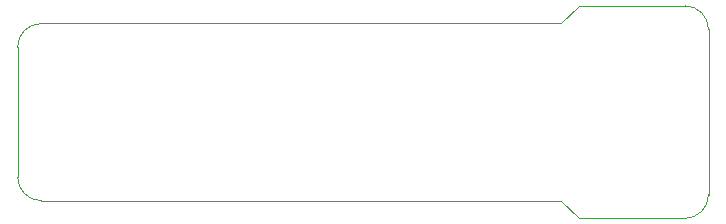
<source format=gbr>
G04 #@! TF.GenerationSoftware,KiCad,Pcbnew,(5.1.0)-1*
G04 #@! TF.CreationDate,2020-02-07T04:27:50-08:00*
G04 #@! TF.ProjectId,design,64657369-676e-42e6-9b69-6361645f7063,rev?*
G04 #@! TF.SameCoordinates,Original*
G04 #@! TF.FileFunction,Profile,NP*
%FSLAX46Y46*%
G04 Gerber Fmt 4.6, Leading zero omitted, Abs format (unit mm)*
G04 Created by KiCad (PCBNEW (5.1.0)-1) date 2020-02-07 04:27:50*
%MOMM*%
%LPD*%
G04 APERTURE LIST*
%ADD10C,0.050000*%
G04 APERTURE END LIST*
D10*
X202000000Y-47000000D02*
G75*
G02X204000000Y-49000000I0J-2000000D01*
G01*
X204000000Y-63000000D02*
G75*
G02X202000000Y-65000000I-2000000J0D01*
G01*
X147500000Y-63500000D02*
G75*
G02X145500000Y-61500000I0J2000000D01*
G01*
X145500000Y-50500000D02*
G75*
G02X147500000Y-48500000I2000000J0D01*
G01*
X191500000Y-63500000D02*
X147500000Y-63500000D01*
X193000000Y-65000000D02*
X191500000Y-63500000D01*
X202000000Y-65000000D02*
X193000000Y-65000000D01*
X204000000Y-49000000D02*
X204000000Y-63000000D01*
X193000000Y-47000000D02*
X202000000Y-47000000D01*
X191500000Y-48500000D02*
X193000000Y-47000000D01*
X147500000Y-48500000D02*
X191500000Y-48500000D01*
X145500000Y-61500000D02*
X145500000Y-50500000D01*
M02*

</source>
